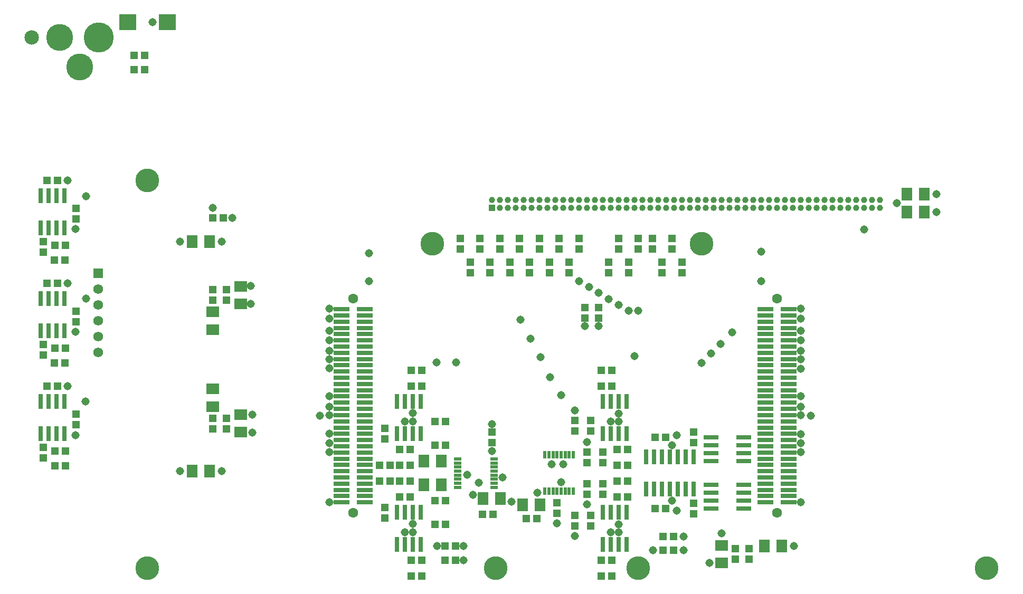
<source format=gts>
G75*
G70*
%OFA0B0*%
%FSLAX24Y24*%
%IPPOS*%
%LPD*%
%AMOC8*
5,1,8,0,0,1.08239X$1,22.5*
%
%ADD10C,0.1497*%
%ADD11R,0.0710X0.0789*%
%ADD12R,0.0470X0.0200*%
%ADD13R,0.0513X0.0474*%
%ADD14R,0.0474X0.0513*%
%ADD15R,0.0316X0.0946*%
%ADD16R,0.0789X0.0710*%
%ADD17R,0.0790X0.0710*%
%ADD18R,0.0710X0.0790*%
%ADD19R,0.0946X0.0316*%
%ADD20C,0.1897*%
%ADD21C,0.1700*%
%ADD22C,0.0907*%
%ADD23R,0.1104X0.1025*%
%ADD24R,0.0200X0.0470*%
%ADD25C,0.0397*%
%ADD26R,0.0397X0.0397*%
%ADD27C,0.0631*%
%ADD28R,0.0986X0.0316*%
%ADD29R,0.0620X0.0620*%
%ADD30C,0.0620*%
%ADD31C,0.0516*%
D10*
X009326Y001812D03*
X031326Y001812D03*
X040326Y001812D03*
X062326Y001812D03*
X044326Y022312D03*
X027326Y022312D03*
X009326Y026312D03*
D11*
X026775Y008562D03*
X027878Y008562D03*
X027878Y007062D03*
X026775Y007062D03*
X030525Y006187D03*
X031628Y006187D03*
X033025Y005812D03*
X034128Y005812D03*
D12*
X031225Y006917D03*
X031225Y007173D03*
X031225Y007429D03*
X031225Y007684D03*
X031225Y007940D03*
X031225Y008196D03*
X031225Y008452D03*
X031225Y008708D03*
X028928Y008708D03*
X028928Y008452D03*
X028928Y008196D03*
X028928Y007940D03*
X028928Y007684D03*
X028928Y007429D03*
X028928Y007173D03*
X028928Y006917D03*
D13*
X028161Y006062D03*
X027492Y006062D03*
X025911Y006312D03*
X025242Y006312D03*
X025242Y007312D03*
X024661Y007312D03*
X023992Y007312D03*
X023992Y008312D03*
X024661Y008312D03*
X025242Y008312D03*
X025911Y008312D03*
X025911Y009312D03*
X025242Y009312D03*
X025911Y007312D03*
X027492Y009562D03*
X028161Y009562D03*
X028161Y011062D03*
X027492Y011062D03*
X026661Y013312D03*
X025992Y013312D03*
X025992Y014312D03*
X026661Y014312D03*
X030492Y005219D03*
X031161Y005219D03*
X033242Y004937D03*
X033911Y004937D03*
X037992Y002312D03*
X038661Y002312D03*
X038661Y001312D03*
X037992Y001312D03*
X041867Y002937D03*
X042536Y002937D03*
X042536Y003812D03*
X041867Y003812D03*
X042036Y005562D03*
X041367Y005562D03*
X039661Y006312D03*
X038992Y006312D03*
X038992Y007312D03*
X039661Y007312D03*
X039661Y008312D03*
X038992Y008312D03*
X038992Y009312D03*
X039661Y009312D03*
X041367Y010062D03*
X042036Y010062D03*
X038661Y013312D03*
X037992Y013312D03*
X037992Y014312D03*
X038661Y014312D03*
X028161Y004562D03*
X027492Y004562D03*
X028117Y003187D03*
X028786Y003187D03*
X028786Y002312D03*
X028117Y002312D03*
X026661Y002312D03*
X025992Y002312D03*
X025992Y001312D03*
X026661Y001312D03*
X004161Y008281D03*
X003492Y008281D03*
X003492Y009187D03*
X004161Y009187D03*
X003661Y013312D03*
X002992Y013312D03*
X003461Y014781D03*
X004130Y014781D03*
X004161Y015687D03*
X003492Y015687D03*
X003661Y019812D03*
X002992Y019812D03*
X003461Y021281D03*
X004130Y021281D03*
X004161Y022187D03*
X003492Y022187D03*
X003661Y026312D03*
X002992Y026312D03*
X008492Y033312D03*
X009161Y033312D03*
X009161Y034219D03*
X008492Y034219D03*
X013461Y023937D03*
X014130Y023937D03*
D14*
X014326Y019397D03*
X014326Y018728D03*
X013451Y018728D03*
X013451Y019397D03*
X004826Y018022D03*
X004826Y017353D03*
X002733Y015928D03*
X002733Y015259D03*
X004826Y011522D03*
X004826Y010853D03*
X002733Y009428D03*
X002733Y008759D03*
X013451Y010603D03*
X013451Y011272D03*
X014326Y011272D03*
X014326Y010603D03*
X024326Y010647D03*
X024326Y009978D03*
X024326Y005647D03*
X024326Y004978D03*
X031076Y009728D03*
X031076Y010397D03*
X036326Y010478D03*
X036326Y011147D03*
X037326Y011147D03*
X037326Y010478D03*
X037076Y009147D03*
X037076Y008478D03*
X038076Y008478D03*
X038076Y009147D03*
X038076Y007147D03*
X038076Y006478D03*
X037076Y006478D03*
X037076Y007147D03*
X035170Y005928D03*
X035170Y005259D03*
X036326Y005147D03*
X036326Y004478D03*
X037326Y004478D03*
X037326Y005147D03*
X043826Y005228D03*
X043826Y005897D03*
X046451Y003022D03*
X046451Y002353D03*
X047326Y002353D03*
X047326Y003022D03*
X043826Y009728D03*
X043826Y010397D03*
X037826Y017603D03*
X037826Y018272D03*
X036951Y018272D03*
X036951Y017603D03*
X035951Y020478D03*
X035951Y021147D03*
X035326Y021978D03*
X035326Y022647D03*
X034076Y022647D03*
X034076Y021978D03*
X033451Y021147D03*
X033451Y020478D03*
X032201Y020478D03*
X032201Y021147D03*
X031576Y021978D03*
X031576Y022647D03*
X030326Y022647D03*
X030326Y021978D03*
X029701Y021147D03*
X029701Y020478D03*
X030951Y020478D03*
X030951Y021147D03*
X029076Y021978D03*
X029076Y022647D03*
X032826Y022647D03*
X032826Y021978D03*
X034701Y021147D03*
X034701Y020478D03*
X036576Y021978D03*
X036576Y022647D03*
X038451Y021147D03*
X038451Y020478D03*
X039701Y020478D03*
X039701Y021147D03*
X039076Y021978D03*
X039076Y022647D03*
X040326Y022647D03*
X040326Y021978D03*
X041201Y021978D03*
X041201Y022647D03*
X042451Y022647D03*
X042451Y021978D03*
X041826Y021147D03*
X041826Y020478D03*
X043076Y020478D03*
X043076Y021147D03*
X004826Y023853D03*
X004826Y024522D03*
X002733Y022428D03*
X002733Y021759D03*
D15*
X002576Y023289D03*
X003076Y023289D03*
X003576Y023289D03*
X004076Y023289D03*
X004076Y025336D03*
X003576Y025336D03*
X003076Y025336D03*
X002576Y025336D03*
X002576Y018836D03*
X003076Y018836D03*
X003576Y018836D03*
X004076Y018836D03*
X004076Y016789D03*
X003576Y016789D03*
X003076Y016789D03*
X002576Y016789D03*
X002576Y012336D03*
X003076Y012336D03*
X003576Y012336D03*
X004076Y012336D03*
X004076Y010289D03*
X003576Y010289D03*
X003076Y010289D03*
X002576Y010289D03*
X025076Y010289D03*
X025576Y010289D03*
X026076Y010289D03*
X026576Y010289D03*
X026576Y012336D03*
X026076Y012336D03*
X025576Y012336D03*
X025076Y012336D03*
X025076Y005336D03*
X025576Y005336D03*
X026076Y005336D03*
X026576Y005336D03*
X026576Y003289D03*
X026076Y003289D03*
X025576Y003289D03*
X025076Y003289D03*
X038076Y003289D03*
X038576Y003289D03*
X039076Y003289D03*
X039576Y003289D03*
X039576Y005336D03*
X039076Y005336D03*
X038576Y005336D03*
X038076Y005336D03*
X040826Y006789D03*
X041326Y006789D03*
X041826Y006789D03*
X042326Y006789D03*
X042826Y006789D03*
X043326Y006789D03*
X043826Y006789D03*
X043826Y008836D03*
X043326Y008836D03*
X042826Y008836D03*
X042326Y008836D03*
X041826Y008836D03*
X041326Y008836D03*
X040826Y008836D03*
X039576Y010289D03*
X039076Y010289D03*
X038576Y010289D03*
X038076Y010289D03*
X038076Y012336D03*
X038576Y012336D03*
X039076Y012336D03*
X039576Y012336D03*
D16*
X045576Y003239D03*
X045576Y002136D03*
X015201Y010386D03*
X015201Y011489D03*
X015201Y018511D03*
X015201Y019614D03*
D17*
X013451Y017997D03*
X013451Y016878D03*
X013451Y013122D03*
X013451Y012003D03*
D18*
X013261Y007937D03*
X012142Y007937D03*
X012142Y022437D03*
X013261Y022437D03*
X048267Y003187D03*
X049386Y003187D03*
X057267Y024312D03*
X058386Y024312D03*
X058386Y025437D03*
X057267Y025437D03*
D19*
X046975Y010062D03*
X046975Y009562D03*
X046975Y009062D03*
X046975Y008562D03*
X046975Y007062D03*
X046975Y006562D03*
X046975Y006062D03*
X046975Y005562D03*
X044928Y005562D03*
X044928Y006062D03*
X044928Y006562D03*
X044928Y007062D03*
X044928Y008562D03*
X044928Y009062D03*
X044928Y009562D03*
X044928Y010062D03*
D20*
X006260Y035352D03*
D21*
X005039Y033462D03*
X003779Y035352D03*
D22*
X002008Y035352D03*
D23*
X008067Y036312D03*
X010586Y036312D03*
D24*
X034431Y008961D03*
X034687Y008961D03*
X034943Y008961D03*
X035199Y008961D03*
X035454Y008961D03*
X035710Y008961D03*
X035966Y008961D03*
X036222Y008961D03*
X036222Y006664D03*
X035966Y006664D03*
X035710Y006664D03*
X035454Y006664D03*
X035199Y006664D03*
X034943Y006664D03*
X034687Y006664D03*
X034431Y006664D03*
D25*
X034576Y024562D03*
X034076Y024562D03*
X033576Y024562D03*
X033076Y024562D03*
X032576Y024562D03*
X032076Y024562D03*
X031576Y024562D03*
X031576Y025062D03*
X031076Y025062D03*
X032076Y025062D03*
X032576Y025062D03*
X033076Y025062D03*
X033576Y025062D03*
X034076Y025062D03*
X034576Y025062D03*
X035076Y025062D03*
X035076Y024562D03*
X035576Y024562D03*
X035576Y025062D03*
X036076Y025062D03*
X036076Y024562D03*
X036576Y024562D03*
X036576Y025062D03*
X037076Y025062D03*
X037076Y024562D03*
X037576Y024562D03*
X037576Y025062D03*
X038076Y025062D03*
X038076Y024562D03*
X038576Y024562D03*
X038576Y025062D03*
X039076Y025062D03*
X039076Y024562D03*
X039576Y024562D03*
X039576Y025062D03*
X040076Y025062D03*
X040076Y024562D03*
X040576Y024562D03*
X040576Y025062D03*
X041076Y025062D03*
X041076Y024562D03*
X041576Y024562D03*
X041576Y025062D03*
X042076Y025062D03*
X042076Y024562D03*
X042576Y024562D03*
X042576Y025062D03*
X043076Y025062D03*
X043076Y024562D03*
X043576Y024562D03*
X043576Y025062D03*
X044076Y025062D03*
X044076Y024562D03*
X044576Y024562D03*
X044576Y025062D03*
X045076Y025062D03*
X045076Y024562D03*
X045576Y024562D03*
X045576Y025062D03*
X046076Y025062D03*
X046076Y024562D03*
X046576Y024562D03*
X046576Y025062D03*
X047076Y025062D03*
X047076Y024562D03*
X047576Y024562D03*
X047576Y025062D03*
X048076Y025062D03*
X048076Y024562D03*
X048576Y024562D03*
X048576Y025062D03*
X049076Y025062D03*
X049076Y024562D03*
X049576Y024562D03*
X049576Y025062D03*
X050076Y025062D03*
X050076Y024562D03*
X050576Y024562D03*
X050576Y025062D03*
X051076Y025062D03*
X051076Y024562D03*
X051576Y024562D03*
X051576Y025062D03*
X052076Y025062D03*
X052076Y024562D03*
X052576Y024562D03*
X052576Y025062D03*
X053076Y025062D03*
X053076Y024562D03*
X053576Y024562D03*
X053576Y025062D03*
X054076Y025062D03*
X054076Y024562D03*
X054576Y024562D03*
X054576Y025062D03*
X055076Y025062D03*
X055076Y024562D03*
X055576Y024562D03*
X055576Y025062D03*
D26*
X031076Y024562D03*
D27*
X022326Y018834D03*
X022326Y005291D03*
X049076Y005291D03*
X049076Y018834D03*
D28*
X048348Y018165D03*
X048348Y017771D03*
X048348Y017377D03*
X048348Y016984D03*
X048348Y016590D03*
X048348Y016196D03*
X048348Y015803D03*
X048348Y015409D03*
X048348Y015015D03*
X048348Y014621D03*
X048348Y014228D03*
X048348Y013834D03*
X048348Y013440D03*
X048348Y013047D03*
X048348Y012653D03*
X048348Y012259D03*
X048348Y011866D03*
X048348Y011472D03*
X048348Y011078D03*
X048348Y010684D03*
X048348Y010291D03*
X048348Y009897D03*
X048348Y009503D03*
X048348Y009110D03*
X048348Y008716D03*
X048348Y008322D03*
X048348Y007929D03*
X048348Y007535D03*
X048348Y007141D03*
X048348Y006747D03*
X048348Y006354D03*
X048348Y005960D03*
X049805Y005960D03*
X049805Y006354D03*
X049805Y006747D03*
X049805Y007141D03*
X049805Y007535D03*
X049805Y007929D03*
X049805Y008322D03*
X049805Y008716D03*
X049805Y009110D03*
X049805Y009503D03*
X049805Y009897D03*
X049805Y010291D03*
X049805Y010684D03*
X049805Y011078D03*
X049805Y011472D03*
X049805Y011866D03*
X049805Y012259D03*
X049805Y012653D03*
X049805Y013047D03*
X049805Y013440D03*
X049805Y013834D03*
X049805Y014228D03*
X049805Y014621D03*
X049805Y015015D03*
X049805Y015409D03*
X049805Y015803D03*
X049805Y016196D03*
X049805Y016590D03*
X049805Y016984D03*
X049805Y017377D03*
X049805Y017771D03*
X049805Y018165D03*
X023055Y018165D03*
X023055Y017771D03*
X023055Y017377D03*
X023055Y016984D03*
X023055Y016590D03*
X023055Y016196D03*
X023055Y015803D03*
X023055Y015409D03*
X023055Y015015D03*
X023055Y014621D03*
X023055Y014228D03*
X023055Y013834D03*
X023055Y013440D03*
X023055Y013047D03*
X023055Y012653D03*
X023055Y012259D03*
X023055Y011866D03*
X023055Y011472D03*
X023055Y011078D03*
X023055Y010684D03*
X023055Y010291D03*
X023055Y009897D03*
X023055Y009503D03*
X023055Y009110D03*
X023055Y008716D03*
X023055Y008322D03*
X023055Y007929D03*
X023055Y007535D03*
X023055Y007141D03*
X023055Y006747D03*
X023055Y006354D03*
X023055Y005960D03*
X021598Y005960D03*
X021598Y006354D03*
X021598Y006747D03*
X021598Y007141D03*
X021598Y007535D03*
X021598Y007929D03*
X021598Y008322D03*
X021598Y008716D03*
X021598Y009110D03*
X021598Y009503D03*
X021598Y009897D03*
X021598Y010291D03*
X021598Y010684D03*
X021598Y011078D03*
X021598Y011472D03*
X021598Y011866D03*
X021598Y012259D03*
X021598Y012653D03*
X021598Y013047D03*
X021598Y013440D03*
X021598Y013834D03*
X021598Y014228D03*
X021598Y014621D03*
X021598Y015015D03*
X021598Y015409D03*
X021598Y015803D03*
X021598Y016196D03*
X021598Y016590D03*
X021598Y016984D03*
X021598Y017377D03*
X021598Y017771D03*
X021598Y018165D03*
D29*
X006201Y020437D03*
D30*
X006201Y019437D03*
X006201Y018437D03*
X006201Y017437D03*
X006201Y016437D03*
X006201Y015437D03*
D31*
X004795Y016750D03*
X005451Y018844D03*
X004295Y019812D03*
X004795Y023250D03*
X005451Y025312D03*
X004295Y026312D03*
X011389Y022437D03*
X014014Y022437D03*
X014670Y023937D03*
X013451Y024562D03*
X015858Y019625D03*
X015858Y018500D03*
X020826Y018187D03*
X020826Y017562D03*
X020826Y016812D03*
X020826Y016187D03*
X020826Y015531D03*
X020826Y015000D03*
X020826Y014437D03*
X020826Y012656D03*
X020826Y012000D03*
X020826Y011469D03*
X020201Y011437D03*
X020826Y010312D03*
X020826Y009719D03*
X020826Y009125D03*
X020826Y005969D03*
X025576Y004062D03*
X026076Y004062D03*
X026076Y004594D03*
X027608Y003187D03*
X029295Y003187D03*
X029295Y002312D03*
X032326Y006000D03*
X031764Y007531D03*
X030264Y007219D03*
X029514Y007687D03*
X031076Y009219D03*
X031076Y010906D03*
X034858Y008375D03*
X035576Y008375D03*
X035451Y007250D03*
X033951Y006562D03*
X035170Y004625D03*
X036326Y003844D03*
X037076Y005844D03*
X038576Y004062D03*
X039076Y004062D03*
X039076Y004562D03*
X041233Y002937D03*
X043170Y002937D03*
X043170Y003812D03*
X042733Y005437D03*
X042451Y006062D03*
X045576Y004000D03*
X044826Y002125D03*
X050139Y003187D03*
X050576Y005969D03*
X050576Y009125D03*
X050576Y009687D03*
X050576Y010281D03*
X050576Y011469D03*
X050576Y012000D03*
X051201Y011437D03*
X050576Y012656D03*
X050576Y014406D03*
X050576Y015000D03*
X050576Y015531D03*
X050576Y016187D03*
X050576Y016812D03*
X050576Y017562D03*
X050576Y018187D03*
X048076Y019937D03*
X048076Y021812D03*
X046264Y016719D03*
X045514Y015969D03*
X044920Y015375D03*
X044326Y014781D03*
X040076Y015187D03*
X037826Y017094D03*
X036951Y017094D03*
X037826Y019187D03*
X037201Y019562D03*
X036576Y019937D03*
X038451Y018812D03*
X039076Y018437D03*
X039701Y018062D03*
X040326Y018062D03*
X034764Y013875D03*
X035451Y012750D03*
X036326Y011781D03*
X037076Y009781D03*
X038576Y011062D03*
X039076Y011062D03*
X039076Y011562D03*
X042733Y010187D03*
X042451Y009562D03*
X034139Y015125D03*
X033514Y016312D03*
X032889Y017500D03*
X028826Y014812D03*
X027576Y014812D03*
X026076Y011594D03*
X026076Y011062D03*
X025576Y011062D03*
X029889Y006437D03*
X015951Y010375D03*
X015951Y011500D03*
X014014Y007937D03*
X011389Y007937D03*
X005420Y012344D03*
X004295Y013312D03*
X004795Y010219D03*
X023326Y019937D03*
X023326Y021687D03*
X009639Y036312D03*
X054576Y023187D03*
X056639Y024875D03*
X059139Y024312D03*
X059139Y025437D03*
M02*

</source>
